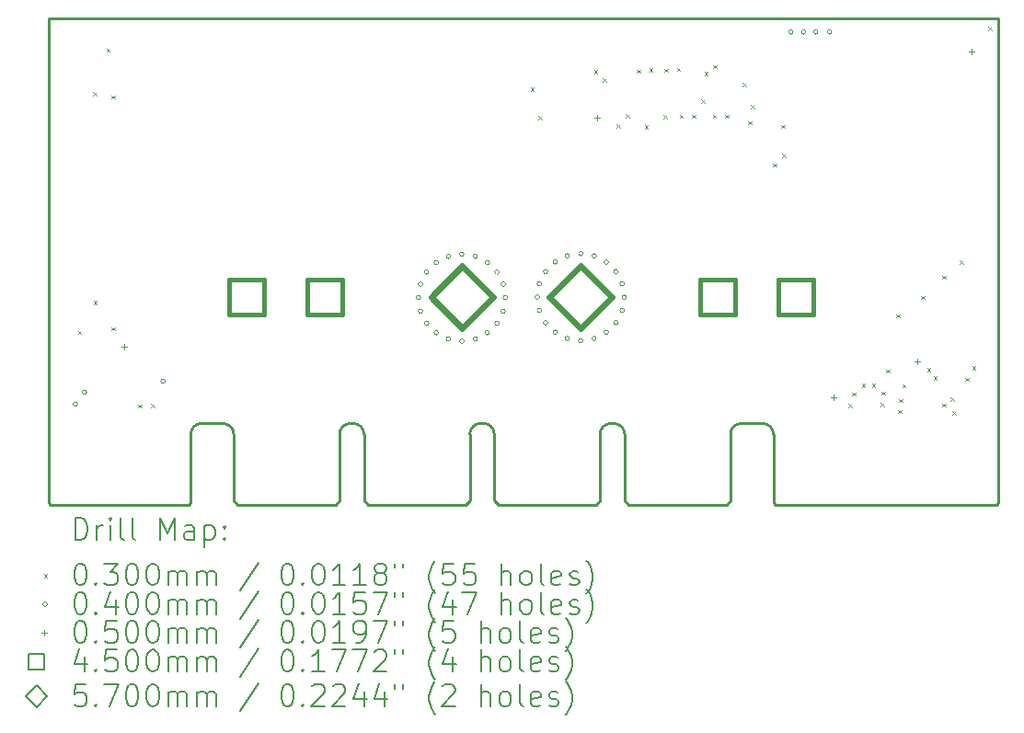
<source format=gbr>
%TF.GenerationSoftware,KiCad,Pcbnew,(6.0.10)*%
%TF.CreationDate,2023-02-27T01:31:49-05:00*%
%TF.ProjectId,vehicle side connector,76656869-636c-4652-9073-69646520636f,rev?*%
%TF.SameCoordinates,Original*%
%TF.FileFunction,Drillmap*%
%TF.FilePolarity,Positive*%
%FSLAX45Y45*%
G04 Gerber Fmt 4.5, Leading zero omitted, Abs format (unit mm)*
G04 Created by KiCad (PCBNEW (6.0.10)) date 2023-02-27 01:31:49*
%MOMM*%
%LPD*%
G01*
G04 APERTURE LIST*
%ADD10C,0.250000*%
%ADD11C,0.200000*%
%ADD12C,0.030000*%
%ADD13C,0.040000*%
%ADD14C,0.050000*%
%ADD15C,0.450000*%
%ADD16C,0.570000*%
G04 APERTURE END LIST*
D10*
X12131500Y-10928940D02*
G75*
G03*
X12031500Y-11028938I0J-100000D01*
G01*
X12464062Y-11677067D02*
X13364938Y-11677067D01*
X13501000Y-10928940D02*
G75*
G03*
X13401000Y-11028938I0J-100000D01*
G01*
X12428000Y-11641005D02*
X12464062Y-11677067D01*
X13401000Y-11641005D02*
X13401000Y-11028938D01*
X13663062Y-11677067D02*
X14563938Y-11677067D01*
X10741885Y-11677067D02*
X12013115Y-11677067D01*
X14826000Y-11028938D02*
X14826000Y-11641005D01*
X12031500Y-11658683D02*
X12031500Y-11028938D01*
X12131500Y-10928938D02*
X12328000Y-10928938D01*
X14826002Y-11028938D02*
G75*
G03*
X14726000Y-10928938I-100003J-3D01*
G01*
X15899000Y-10928940D02*
G75*
G03*
X15799000Y-11028938I0J-100000D01*
G01*
X19464500Y-7203937D02*
X10723500Y-7203937D01*
X13627002Y-11028938D02*
G75*
G03*
X13527000Y-10928938I-100003J-3D01*
G01*
X10723500Y-11658683D02*
X10741885Y-11677067D01*
X15762938Y-11677067D02*
X15799000Y-11641005D01*
X17394500Y-11028938D02*
X17394500Y-11658683D01*
X15899000Y-10928938D02*
X15925000Y-10928938D01*
X13501000Y-10928938D02*
X13527000Y-10928938D01*
X16025002Y-11028938D02*
G75*
G03*
X15925000Y-10928938I-100003J-3D01*
G01*
X16025000Y-11028938D02*
X16025000Y-11641005D01*
X16961938Y-11677067D02*
X16998000Y-11641005D01*
X12013115Y-11677067D02*
X12031500Y-11658683D01*
X16998000Y-11641005D02*
X16998000Y-11028938D01*
X14700000Y-10928940D02*
G75*
G03*
X14600000Y-11028938I0J-100000D01*
G01*
X12428000Y-11028938D02*
X12428000Y-11641005D01*
X17098000Y-10928940D02*
G75*
G03*
X16998000Y-11028938I0J-100000D01*
G01*
X14826000Y-11641005D02*
X14862062Y-11677067D01*
X14700000Y-10928938D02*
X14726000Y-10928938D01*
X12428002Y-11028938D02*
G75*
G03*
X12328000Y-10928938I-100003J-3D01*
G01*
X19446115Y-11677067D02*
X19464500Y-11658683D01*
X16061062Y-11677067D02*
X16961938Y-11677067D01*
X19464500Y-11658683D02*
X19464500Y-7203937D01*
X13627000Y-11028938D02*
X13627000Y-11641005D01*
X13364938Y-11677067D02*
X13401000Y-11641005D01*
X16025000Y-11641005D02*
X16061062Y-11677067D01*
X13627000Y-11641005D02*
X13663062Y-11677067D01*
X14862062Y-11677067D02*
X15762938Y-11677067D01*
X17412885Y-11677067D02*
X19446115Y-11677067D01*
X17394503Y-11028938D02*
G75*
G03*
X17294500Y-10928938I-100003J-3D01*
G01*
X17394500Y-11658683D02*
X17412885Y-11677067D01*
X14563938Y-11677067D02*
X14600000Y-11641005D01*
X14600000Y-11641005D02*
X14600000Y-11028938D01*
X17098000Y-10928938D02*
X17294500Y-10928938D01*
X10723500Y-7203937D02*
X10723500Y-11658683D01*
X15799000Y-11641005D02*
X15799000Y-11028938D01*
D11*
D12*
X10995220Y-10077460D02*
X11025220Y-10107460D01*
X11025220Y-10077460D02*
X10995220Y-10107460D01*
X11134920Y-7877820D02*
X11164920Y-7907820D01*
X11164920Y-7877820D02*
X11134920Y-7907820D01*
X11137460Y-9803140D02*
X11167460Y-9833140D01*
X11167460Y-9803140D02*
X11137460Y-9833140D01*
X11256840Y-7476500D02*
X11286840Y-7506500D01*
X11286840Y-7476500D02*
X11256840Y-7506500D01*
X11302560Y-7910840D02*
X11332560Y-7940840D01*
X11332560Y-7910840D02*
X11302560Y-7940840D01*
X11302560Y-10041900D02*
X11332560Y-10071900D01*
X11332560Y-10041900D02*
X11302560Y-10071900D01*
X11548940Y-10755640D02*
X11578940Y-10785640D01*
X11578940Y-10755640D02*
X11548940Y-10785640D01*
X11668320Y-10750560D02*
X11698320Y-10780560D01*
X11698320Y-10750560D02*
X11668320Y-10780560D01*
X15160820Y-7837180D02*
X15190820Y-7867180D01*
X15190820Y-7837180D02*
X15160820Y-7867180D01*
X15229400Y-8098800D02*
X15259400Y-8128800D01*
X15259400Y-8098800D02*
X15229400Y-8128800D01*
X15743078Y-7677249D02*
X15773078Y-7707249D01*
X15773078Y-7677249D02*
X15743078Y-7707249D01*
X15825323Y-7754923D02*
X15855323Y-7784923D01*
X15855323Y-7754923D02*
X15825323Y-7784923D01*
X15952185Y-8174465D02*
X15982185Y-8204465D01*
X15982185Y-8174465D02*
X15952185Y-8204465D01*
X16035695Y-8084985D02*
X16065695Y-8114985D01*
X16065695Y-8084985D02*
X16035695Y-8114985D01*
X16136180Y-7672080D02*
X16166180Y-7702080D01*
X16166180Y-7672080D02*
X16136180Y-7702080D01*
X16209840Y-8182620D02*
X16239840Y-8212620D01*
X16239840Y-8182620D02*
X16209840Y-8212620D01*
X16253020Y-7659380D02*
X16283020Y-7689380D01*
X16283020Y-7659380D02*
X16253020Y-7689380D01*
X16383000Y-8091000D02*
X16413000Y-8121000D01*
X16413000Y-8091000D02*
X16383000Y-8121000D01*
X16390760Y-7662500D02*
X16420760Y-7692500D01*
X16420760Y-7662500D02*
X16390760Y-7692500D01*
X16507020Y-7654300D02*
X16537020Y-7684300D01*
X16537020Y-7654300D02*
X16507020Y-7684300D01*
X16529250Y-8086100D02*
X16559250Y-8116100D01*
X16559250Y-8086100D02*
X16529250Y-8116100D01*
X16647350Y-8086100D02*
X16677350Y-8116100D01*
X16677350Y-8086100D02*
X16647350Y-8116100D01*
X16728000Y-7946400D02*
X16758000Y-7976400D01*
X16758000Y-7946400D02*
X16728000Y-7976400D01*
X16758826Y-7692540D02*
X16788826Y-7722540D01*
X16788826Y-7692540D02*
X16758826Y-7722540D01*
X16834050Y-8086100D02*
X16864050Y-8116100D01*
X16864050Y-8086100D02*
X16834050Y-8116100D01*
X16839760Y-7628900D02*
X16869760Y-7658900D01*
X16869760Y-7628900D02*
X16839760Y-7658900D01*
X16952150Y-8086100D02*
X16982150Y-8116100D01*
X16982150Y-8086100D02*
X16952150Y-8116100D01*
X17109000Y-7794000D02*
X17139000Y-7824000D01*
X17139000Y-7794000D02*
X17109000Y-7824000D01*
X17159800Y-8144520D02*
X17189800Y-8174520D01*
X17189800Y-8144520D02*
X17159800Y-8174520D01*
X17185200Y-7997200D02*
X17215200Y-8027200D01*
X17215200Y-7997200D02*
X17185200Y-8027200D01*
X17390940Y-8535680D02*
X17420940Y-8565680D01*
X17420940Y-8535680D02*
X17390940Y-8565680D01*
X17467140Y-8180080D02*
X17497140Y-8210080D01*
X17497140Y-8180080D02*
X17467140Y-8210080D01*
X17477300Y-8446780D02*
X17507300Y-8476780D01*
X17507300Y-8446780D02*
X17477300Y-8476780D01*
X18084360Y-10748020D02*
X18114360Y-10778020D01*
X18114360Y-10748020D02*
X18084360Y-10778020D01*
X18117380Y-10643880D02*
X18147380Y-10673880D01*
X18147380Y-10643880D02*
X18117380Y-10673880D01*
X18206280Y-10565140D02*
X18236280Y-10595140D01*
X18236280Y-10565140D02*
X18206280Y-10595140D01*
X18300260Y-10562600D02*
X18330260Y-10592600D01*
X18330260Y-10562600D02*
X18300260Y-10592600D01*
X18380270Y-10741670D02*
X18410270Y-10771670D01*
X18410270Y-10741670D02*
X18380270Y-10771670D01*
X18389160Y-10633720D02*
X18419160Y-10663720D01*
X18419160Y-10633720D02*
X18389160Y-10663720D01*
X18429800Y-10433060D02*
X18459800Y-10463060D01*
X18459800Y-10433060D02*
X18429800Y-10463060D01*
X18523780Y-9922520D02*
X18553780Y-9952520D01*
X18553780Y-9922520D02*
X18523780Y-9952520D01*
X18540679Y-10803661D02*
X18570679Y-10833661D01*
X18570679Y-10803661D02*
X18540679Y-10833661D01*
X18551720Y-10702300D02*
X18581720Y-10732300D01*
X18581720Y-10702300D02*
X18551720Y-10732300D01*
X18578920Y-10566387D02*
X18608920Y-10596387D01*
X18608920Y-10566387D02*
X18578920Y-10596387D01*
X18752380Y-9754880D02*
X18782380Y-9784880D01*
X18782380Y-9754880D02*
X18752380Y-9784880D01*
X18810490Y-10419951D02*
X18840490Y-10449951D01*
X18840490Y-10419951D02*
X18810490Y-10449951D01*
X18866680Y-10494020D02*
X18896680Y-10524020D01*
X18896680Y-10494020D02*
X18866680Y-10524020D01*
X18947960Y-9569460D02*
X18977960Y-9599460D01*
X18977960Y-9569460D02*
X18947960Y-9599460D01*
X18950500Y-10745480D02*
X18980500Y-10775480D01*
X18980500Y-10745480D02*
X18950500Y-10775480D01*
X19024867Y-10688570D02*
X19054867Y-10718570D01*
X19054867Y-10688570D02*
X19024867Y-10718570D01*
X19039400Y-10816600D02*
X19069400Y-10846600D01*
X19069400Y-10816600D02*
X19039400Y-10846600D01*
X19107980Y-9427220D02*
X19137980Y-9457220D01*
X19137980Y-9427220D02*
X19107980Y-9457220D01*
X19158720Y-10509260D02*
X19188720Y-10539260D01*
X19188720Y-10509260D02*
X19158720Y-10539260D01*
X19222280Y-10402580D02*
X19252280Y-10432580D01*
X19252280Y-10402580D02*
X19222280Y-10432580D01*
X19369600Y-7278380D02*
X19399600Y-7308380D01*
X19399600Y-7278380D02*
X19369600Y-7308380D01*
D13*
X10989580Y-10750320D02*
G75*
G03*
X10989580Y-10750320I-20000J0D01*
G01*
X11072423Y-10642077D02*
G75*
G03*
X11072423Y-10642077I-20000J0D01*
G01*
X11797300Y-10539500D02*
G75*
G03*
X11797300Y-10539500I-20000J0D01*
G01*
X14146607Y-9771314D02*
G75*
G03*
X14146607Y-9771314I-20000J0D01*
G01*
X14166184Y-9647707D02*
G75*
G03*
X14166184Y-9647707I-20000J0D01*
G01*
X14166184Y-9894921D02*
G75*
G03*
X14166184Y-9894921I-20000J0D01*
G01*
X14223000Y-9536200D02*
G75*
G03*
X14223000Y-9536200I-20000J0D01*
G01*
X14223000Y-10006428D02*
G75*
G03*
X14223000Y-10006428I-20000J0D01*
G01*
X14311493Y-9447707D02*
G75*
G03*
X14311493Y-9447707I-20000J0D01*
G01*
X14311493Y-10094921D02*
G75*
G03*
X14311493Y-10094921I-20000J0D01*
G01*
X14423000Y-9390892D02*
G75*
G03*
X14423000Y-9390892I-20000J0D01*
G01*
X14423000Y-10151737D02*
G75*
G03*
X14423000Y-10151737I-20000J0D01*
G01*
X14546607Y-9371314D02*
G75*
G03*
X14546607Y-9371314I-20000J0D01*
G01*
X14546607Y-10171314D02*
G75*
G03*
X14546607Y-10171314I-20000J0D01*
G01*
X14670214Y-9390892D02*
G75*
G03*
X14670214Y-9390892I-20000J0D01*
G01*
X14670214Y-10151737D02*
G75*
G03*
X14670214Y-10151737I-20000J0D01*
G01*
X14781721Y-9447707D02*
G75*
G03*
X14781721Y-9447707I-20000J0D01*
G01*
X14781721Y-10094921D02*
G75*
G03*
X14781721Y-10094921I-20000J0D01*
G01*
X14870214Y-9536200D02*
G75*
G03*
X14870214Y-9536200I-20000J0D01*
G01*
X14870214Y-10006428D02*
G75*
G03*
X14870214Y-10006428I-20000J0D01*
G01*
X14927029Y-9647707D02*
G75*
G03*
X14927029Y-9647707I-20000J0D01*
G01*
X14927029Y-9894921D02*
G75*
G03*
X14927029Y-9894921I-20000J0D01*
G01*
X14946607Y-9771314D02*
G75*
G03*
X14946607Y-9771314I-20000J0D01*
G01*
X15241000Y-9766300D02*
G75*
G03*
X15241000Y-9766300I-20000J0D01*
G01*
X15260577Y-9642693D02*
G75*
G03*
X15260577Y-9642693I-20000J0D01*
G01*
X15260577Y-9889907D02*
G75*
G03*
X15260577Y-9889907I-20000J0D01*
G01*
X15317393Y-9531186D02*
G75*
G03*
X15317393Y-9531186I-20000J0D01*
G01*
X15317393Y-10001414D02*
G75*
G03*
X15317393Y-10001414I-20000J0D01*
G01*
X15405886Y-9442693D02*
G75*
G03*
X15405886Y-9442693I-20000J0D01*
G01*
X15405886Y-10089907D02*
G75*
G03*
X15405886Y-10089907I-20000J0D01*
G01*
X15517393Y-9385877D02*
G75*
G03*
X15517393Y-9385877I-20000J0D01*
G01*
X15517393Y-10146723D02*
G75*
G03*
X15517393Y-10146723I-20000J0D01*
G01*
X15641000Y-9366300D02*
G75*
G03*
X15641000Y-9366300I-20000J0D01*
G01*
X15641000Y-10166300D02*
G75*
G03*
X15641000Y-10166300I-20000J0D01*
G01*
X15764607Y-9385877D02*
G75*
G03*
X15764607Y-9385877I-20000J0D01*
G01*
X15764607Y-10146723D02*
G75*
G03*
X15764607Y-10146723I-20000J0D01*
G01*
X15876114Y-9442693D02*
G75*
G03*
X15876114Y-9442693I-20000J0D01*
G01*
X15876114Y-10089907D02*
G75*
G03*
X15876114Y-10089907I-20000J0D01*
G01*
X15964607Y-9531186D02*
G75*
G03*
X15964607Y-9531186I-20000J0D01*
G01*
X15964607Y-10001414D02*
G75*
G03*
X15964607Y-10001414I-20000J0D01*
G01*
X16021423Y-9642693D02*
G75*
G03*
X16021423Y-9642693I-20000J0D01*
G01*
X16021423Y-9889907D02*
G75*
G03*
X16021423Y-9889907I-20000J0D01*
G01*
X16041000Y-9766300D02*
G75*
G03*
X16041000Y-9766300I-20000J0D01*
G01*
X17575800Y-7326400D02*
G75*
G03*
X17575800Y-7326400I-20000J0D01*
G01*
X17690100Y-7326400D02*
G75*
G03*
X17690100Y-7326400I-20000J0D01*
G01*
X17804400Y-7326400D02*
G75*
G03*
X17804400Y-7326400I-20000J0D01*
G01*
X17931400Y-7326400D02*
G75*
G03*
X17931400Y-7326400I-20000J0D01*
G01*
D14*
X11416620Y-10199540D02*
X11416620Y-10249540D01*
X11391620Y-10224540D02*
X11441620Y-10224540D01*
X15772720Y-8088800D02*
X15772720Y-8138800D01*
X15747720Y-8113800D02*
X15797720Y-8113800D01*
X17944420Y-10666900D02*
X17944420Y-10716900D01*
X17919420Y-10691900D02*
X17969420Y-10691900D01*
X18716580Y-10331620D02*
X18716580Y-10381620D01*
X18691580Y-10356620D02*
X18741580Y-10356620D01*
X19219500Y-7481740D02*
X19219500Y-7531740D01*
X19194500Y-7506740D02*
X19244500Y-7506740D01*
D15*
X12703834Y-9926101D02*
X12703834Y-9607899D01*
X12385633Y-9607899D01*
X12385633Y-9926101D01*
X12703834Y-9926101D01*
X13423834Y-9926101D02*
X13423834Y-9607899D01*
X13105633Y-9607899D01*
X13105633Y-9926101D01*
X13423834Y-9926101D01*
X17041301Y-9926101D02*
X17041301Y-9607899D01*
X16723099Y-9607899D01*
X16723099Y-9926101D01*
X17041301Y-9926101D01*
X17761301Y-9926101D02*
X17761301Y-9607899D01*
X17443099Y-9607899D01*
X17443099Y-9926101D01*
X17761301Y-9926101D01*
D16*
X14528467Y-10052000D02*
X14813467Y-9767000D01*
X14528467Y-9482000D01*
X14243467Y-9767000D01*
X14528467Y-10052000D01*
X15618467Y-10052000D02*
X15903467Y-9767000D01*
X15618467Y-9482000D01*
X15333467Y-9767000D01*
X15618467Y-10052000D01*
D11*
X10968619Y-12000043D02*
X10968619Y-11800043D01*
X11016238Y-11800043D01*
X11044810Y-11809567D01*
X11063857Y-11828615D01*
X11073381Y-11847663D01*
X11082905Y-11885758D01*
X11082905Y-11914329D01*
X11073381Y-11952424D01*
X11063857Y-11971472D01*
X11044810Y-11990520D01*
X11016238Y-12000043D01*
X10968619Y-12000043D01*
X11168619Y-12000043D02*
X11168619Y-11866710D01*
X11168619Y-11904805D02*
X11178143Y-11885758D01*
X11187667Y-11876234D01*
X11206714Y-11866710D01*
X11225762Y-11866710D01*
X11292428Y-12000043D02*
X11292428Y-11866710D01*
X11292428Y-11800043D02*
X11282905Y-11809567D01*
X11292428Y-11819091D01*
X11301952Y-11809567D01*
X11292428Y-11800043D01*
X11292428Y-11819091D01*
X11416238Y-12000043D02*
X11397190Y-11990520D01*
X11387667Y-11971472D01*
X11387667Y-11800043D01*
X11521000Y-12000043D02*
X11501952Y-11990520D01*
X11492428Y-11971472D01*
X11492428Y-11800043D01*
X11749571Y-12000043D02*
X11749571Y-11800043D01*
X11816238Y-11942901D01*
X11882905Y-11800043D01*
X11882905Y-12000043D01*
X12063857Y-12000043D02*
X12063857Y-11895282D01*
X12054333Y-11876234D01*
X12035286Y-11866710D01*
X11997190Y-11866710D01*
X11978143Y-11876234D01*
X12063857Y-11990520D02*
X12044809Y-12000043D01*
X11997190Y-12000043D01*
X11978143Y-11990520D01*
X11968619Y-11971472D01*
X11968619Y-11952424D01*
X11978143Y-11933377D01*
X11997190Y-11923853D01*
X12044809Y-11923853D01*
X12063857Y-11914329D01*
X12159095Y-11866710D02*
X12159095Y-12066710D01*
X12159095Y-11876234D02*
X12178143Y-11866710D01*
X12216238Y-11866710D01*
X12235286Y-11876234D01*
X12244809Y-11885758D01*
X12254333Y-11904805D01*
X12254333Y-11961948D01*
X12244809Y-11980996D01*
X12235286Y-11990520D01*
X12216238Y-12000043D01*
X12178143Y-12000043D01*
X12159095Y-11990520D01*
X12340048Y-11980996D02*
X12349571Y-11990520D01*
X12340048Y-12000043D01*
X12330524Y-11990520D01*
X12340048Y-11980996D01*
X12340048Y-12000043D01*
X12340048Y-11876234D02*
X12349571Y-11885758D01*
X12340048Y-11895282D01*
X12330524Y-11885758D01*
X12340048Y-11876234D01*
X12340048Y-11895282D01*
D12*
X10681000Y-12314567D02*
X10711000Y-12344567D01*
X10711000Y-12314567D02*
X10681000Y-12344567D01*
D11*
X11006714Y-12220043D02*
X11025762Y-12220043D01*
X11044810Y-12229567D01*
X11054333Y-12239091D01*
X11063857Y-12258139D01*
X11073381Y-12296234D01*
X11073381Y-12343853D01*
X11063857Y-12381948D01*
X11054333Y-12400996D01*
X11044810Y-12410520D01*
X11025762Y-12420043D01*
X11006714Y-12420043D01*
X10987667Y-12410520D01*
X10978143Y-12400996D01*
X10968619Y-12381948D01*
X10959095Y-12343853D01*
X10959095Y-12296234D01*
X10968619Y-12258139D01*
X10978143Y-12239091D01*
X10987667Y-12229567D01*
X11006714Y-12220043D01*
X11159095Y-12400996D02*
X11168619Y-12410520D01*
X11159095Y-12420043D01*
X11149571Y-12410520D01*
X11159095Y-12400996D01*
X11159095Y-12420043D01*
X11235286Y-12220043D02*
X11359095Y-12220043D01*
X11292428Y-12296234D01*
X11321000Y-12296234D01*
X11340048Y-12305758D01*
X11349571Y-12315282D01*
X11359095Y-12334329D01*
X11359095Y-12381948D01*
X11349571Y-12400996D01*
X11340048Y-12410520D01*
X11321000Y-12420043D01*
X11263857Y-12420043D01*
X11244809Y-12410520D01*
X11235286Y-12400996D01*
X11482905Y-12220043D02*
X11501952Y-12220043D01*
X11521000Y-12229567D01*
X11530524Y-12239091D01*
X11540048Y-12258139D01*
X11549571Y-12296234D01*
X11549571Y-12343853D01*
X11540048Y-12381948D01*
X11530524Y-12400996D01*
X11521000Y-12410520D01*
X11501952Y-12420043D01*
X11482905Y-12420043D01*
X11463857Y-12410520D01*
X11454333Y-12400996D01*
X11444809Y-12381948D01*
X11435286Y-12343853D01*
X11435286Y-12296234D01*
X11444809Y-12258139D01*
X11454333Y-12239091D01*
X11463857Y-12229567D01*
X11482905Y-12220043D01*
X11673381Y-12220043D02*
X11692428Y-12220043D01*
X11711476Y-12229567D01*
X11721000Y-12239091D01*
X11730524Y-12258139D01*
X11740048Y-12296234D01*
X11740048Y-12343853D01*
X11730524Y-12381948D01*
X11721000Y-12400996D01*
X11711476Y-12410520D01*
X11692428Y-12420043D01*
X11673381Y-12420043D01*
X11654333Y-12410520D01*
X11644809Y-12400996D01*
X11635286Y-12381948D01*
X11625762Y-12343853D01*
X11625762Y-12296234D01*
X11635286Y-12258139D01*
X11644809Y-12239091D01*
X11654333Y-12229567D01*
X11673381Y-12220043D01*
X11825762Y-12420043D02*
X11825762Y-12286710D01*
X11825762Y-12305758D02*
X11835286Y-12296234D01*
X11854333Y-12286710D01*
X11882905Y-12286710D01*
X11901952Y-12296234D01*
X11911476Y-12315282D01*
X11911476Y-12420043D01*
X11911476Y-12315282D02*
X11921000Y-12296234D01*
X11940048Y-12286710D01*
X11968619Y-12286710D01*
X11987667Y-12296234D01*
X11997190Y-12315282D01*
X11997190Y-12420043D01*
X12092428Y-12420043D02*
X12092428Y-12286710D01*
X12092428Y-12305758D02*
X12101952Y-12296234D01*
X12121000Y-12286710D01*
X12149571Y-12286710D01*
X12168619Y-12296234D01*
X12178143Y-12315282D01*
X12178143Y-12420043D01*
X12178143Y-12315282D02*
X12187667Y-12296234D01*
X12206714Y-12286710D01*
X12235286Y-12286710D01*
X12254333Y-12296234D01*
X12263857Y-12315282D01*
X12263857Y-12420043D01*
X12654333Y-12210520D02*
X12482905Y-12467663D01*
X12911476Y-12220043D02*
X12930524Y-12220043D01*
X12949571Y-12229567D01*
X12959095Y-12239091D01*
X12968619Y-12258139D01*
X12978143Y-12296234D01*
X12978143Y-12343853D01*
X12968619Y-12381948D01*
X12959095Y-12400996D01*
X12949571Y-12410520D01*
X12930524Y-12420043D01*
X12911476Y-12420043D01*
X12892428Y-12410520D01*
X12882905Y-12400996D01*
X12873381Y-12381948D01*
X12863857Y-12343853D01*
X12863857Y-12296234D01*
X12873381Y-12258139D01*
X12882905Y-12239091D01*
X12892428Y-12229567D01*
X12911476Y-12220043D01*
X13063857Y-12400996D02*
X13073381Y-12410520D01*
X13063857Y-12420043D01*
X13054333Y-12410520D01*
X13063857Y-12400996D01*
X13063857Y-12420043D01*
X13197190Y-12220043D02*
X13216238Y-12220043D01*
X13235286Y-12229567D01*
X13244809Y-12239091D01*
X13254333Y-12258139D01*
X13263857Y-12296234D01*
X13263857Y-12343853D01*
X13254333Y-12381948D01*
X13244809Y-12400996D01*
X13235286Y-12410520D01*
X13216238Y-12420043D01*
X13197190Y-12420043D01*
X13178143Y-12410520D01*
X13168619Y-12400996D01*
X13159095Y-12381948D01*
X13149571Y-12343853D01*
X13149571Y-12296234D01*
X13159095Y-12258139D01*
X13168619Y-12239091D01*
X13178143Y-12229567D01*
X13197190Y-12220043D01*
X13454333Y-12420043D02*
X13340048Y-12420043D01*
X13397190Y-12420043D02*
X13397190Y-12220043D01*
X13378143Y-12248615D01*
X13359095Y-12267663D01*
X13340048Y-12277186D01*
X13644809Y-12420043D02*
X13530524Y-12420043D01*
X13587667Y-12420043D02*
X13587667Y-12220043D01*
X13568619Y-12248615D01*
X13549571Y-12267663D01*
X13530524Y-12277186D01*
X13759095Y-12305758D02*
X13740048Y-12296234D01*
X13730524Y-12286710D01*
X13721000Y-12267663D01*
X13721000Y-12258139D01*
X13730524Y-12239091D01*
X13740048Y-12229567D01*
X13759095Y-12220043D01*
X13797190Y-12220043D01*
X13816238Y-12229567D01*
X13825762Y-12239091D01*
X13835286Y-12258139D01*
X13835286Y-12267663D01*
X13825762Y-12286710D01*
X13816238Y-12296234D01*
X13797190Y-12305758D01*
X13759095Y-12305758D01*
X13740048Y-12315282D01*
X13730524Y-12324805D01*
X13721000Y-12343853D01*
X13721000Y-12381948D01*
X13730524Y-12400996D01*
X13740048Y-12410520D01*
X13759095Y-12420043D01*
X13797190Y-12420043D01*
X13816238Y-12410520D01*
X13825762Y-12400996D01*
X13835286Y-12381948D01*
X13835286Y-12343853D01*
X13825762Y-12324805D01*
X13816238Y-12315282D01*
X13797190Y-12305758D01*
X13911476Y-12220043D02*
X13911476Y-12258139D01*
X13987667Y-12220043D02*
X13987667Y-12258139D01*
X14282905Y-12496234D02*
X14273381Y-12486710D01*
X14254333Y-12458139D01*
X14244809Y-12439091D01*
X14235286Y-12410520D01*
X14225762Y-12362901D01*
X14225762Y-12324805D01*
X14235286Y-12277186D01*
X14244809Y-12248615D01*
X14254333Y-12229567D01*
X14273381Y-12200996D01*
X14282905Y-12191472D01*
X14454333Y-12220043D02*
X14359095Y-12220043D01*
X14349571Y-12315282D01*
X14359095Y-12305758D01*
X14378143Y-12296234D01*
X14425762Y-12296234D01*
X14444809Y-12305758D01*
X14454333Y-12315282D01*
X14463857Y-12334329D01*
X14463857Y-12381948D01*
X14454333Y-12400996D01*
X14444809Y-12410520D01*
X14425762Y-12420043D01*
X14378143Y-12420043D01*
X14359095Y-12410520D01*
X14349571Y-12400996D01*
X14644809Y-12220043D02*
X14549571Y-12220043D01*
X14540048Y-12315282D01*
X14549571Y-12305758D01*
X14568619Y-12296234D01*
X14616238Y-12296234D01*
X14635286Y-12305758D01*
X14644809Y-12315282D01*
X14654333Y-12334329D01*
X14654333Y-12381948D01*
X14644809Y-12400996D01*
X14635286Y-12410520D01*
X14616238Y-12420043D01*
X14568619Y-12420043D01*
X14549571Y-12410520D01*
X14540048Y-12400996D01*
X14892428Y-12420043D02*
X14892428Y-12220043D01*
X14978143Y-12420043D02*
X14978143Y-12315282D01*
X14968619Y-12296234D01*
X14949571Y-12286710D01*
X14921000Y-12286710D01*
X14901952Y-12296234D01*
X14892428Y-12305758D01*
X15101952Y-12420043D02*
X15082905Y-12410520D01*
X15073381Y-12400996D01*
X15063857Y-12381948D01*
X15063857Y-12324805D01*
X15073381Y-12305758D01*
X15082905Y-12296234D01*
X15101952Y-12286710D01*
X15130524Y-12286710D01*
X15149571Y-12296234D01*
X15159095Y-12305758D01*
X15168619Y-12324805D01*
X15168619Y-12381948D01*
X15159095Y-12400996D01*
X15149571Y-12410520D01*
X15130524Y-12420043D01*
X15101952Y-12420043D01*
X15282905Y-12420043D02*
X15263857Y-12410520D01*
X15254333Y-12391472D01*
X15254333Y-12220043D01*
X15435286Y-12410520D02*
X15416238Y-12420043D01*
X15378143Y-12420043D01*
X15359095Y-12410520D01*
X15349571Y-12391472D01*
X15349571Y-12315282D01*
X15359095Y-12296234D01*
X15378143Y-12286710D01*
X15416238Y-12286710D01*
X15435286Y-12296234D01*
X15444809Y-12315282D01*
X15444809Y-12334329D01*
X15349571Y-12353377D01*
X15521000Y-12410520D02*
X15540048Y-12420043D01*
X15578143Y-12420043D01*
X15597190Y-12410520D01*
X15606714Y-12391472D01*
X15606714Y-12381948D01*
X15597190Y-12362901D01*
X15578143Y-12353377D01*
X15549571Y-12353377D01*
X15530524Y-12343853D01*
X15521000Y-12324805D01*
X15521000Y-12315282D01*
X15530524Y-12296234D01*
X15549571Y-12286710D01*
X15578143Y-12286710D01*
X15597190Y-12296234D01*
X15673381Y-12496234D02*
X15682905Y-12486710D01*
X15701952Y-12458139D01*
X15711476Y-12439091D01*
X15721000Y-12410520D01*
X15730524Y-12362901D01*
X15730524Y-12324805D01*
X15721000Y-12277186D01*
X15711476Y-12248615D01*
X15701952Y-12229567D01*
X15682905Y-12200996D01*
X15673381Y-12191472D01*
D13*
X10711000Y-12593567D02*
G75*
G03*
X10711000Y-12593567I-20000J0D01*
G01*
D11*
X11006714Y-12484043D02*
X11025762Y-12484043D01*
X11044810Y-12493567D01*
X11054333Y-12503091D01*
X11063857Y-12522139D01*
X11073381Y-12560234D01*
X11073381Y-12607853D01*
X11063857Y-12645948D01*
X11054333Y-12664996D01*
X11044810Y-12674520D01*
X11025762Y-12684043D01*
X11006714Y-12684043D01*
X10987667Y-12674520D01*
X10978143Y-12664996D01*
X10968619Y-12645948D01*
X10959095Y-12607853D01*
X10959095Y-12560234D01*
X10968619Y-12522139D01*
X10978143Y-12503091D01*
X10987667Y-12493567D01*
X11006714Y-12484043D01*
X11159095Y-12664996D02*
X11168619Y-12674520D01*
X11159095Y-12684043D01*
X11149571Y-12674520D01*
X11159095Y-12664996D01*
X11159095Y-12684043D01*
X11340048Y-12550710D02*
X11340048Y-12684043D01*
X11292428Y-12474520D02*
X11244809Y-12617377D01*
X11368619Y-12617377D01*
X11482905Y-12484043D02*
X11501952Y-12484043D01*
X11521000Y-12493567D01*
X11530524Y-12503091D01*
X11540048Y-12522139D01*
X11549571Y-12560234D01*
X11549571Y-12607853D01*
X11540048Y-12645948D01*
X11530524Y-12664996D01*
X11521000Y-12674520D01*
X11501952Y-12684043D01*
X11482905Y-12684043D01*
X11463857Y-12674520D01*
X11454333Y-12664996D01*
X11444809Y-12645948D01*
X11435286Y-12607853D01*
X11435286Y-12560234D01*
X11444809Y-12522139D01*
X11454333Y-12503091D01*
X11463857Y-12493567D01*
X11482905Y-12484043D01*
X11673381Y-12484043D02*
X11692428Y-12484043D01*
X11711476Y-12493567D01*
X11721000Y-12503091D01*
X11730524Y-12522139D01*
X11740048Y-12560234D01*
X11740048Y-12607853D01*
X11730524Y-12645948D01*
X11721000Y-12664996D01*
X11711476Y-12674520D01*
X11692428Y-12684043D01*
X11673381Y-12684043D01*
X11654333Y-12674520D01*
X11644809Y-12664996D01*
X11635286Y-12645948D01*
X11625762Y-12607853D01*
X11625762Y-12560234D01*
X11635286Y-12522139D01*
X11644809Y-12503091D01*
X11654333Y-12493567D01*
X11673381Y-12484043D01*
X11825762Y-12684043D02*
X11825762Y-12550710D01*
X11825762Y-12569758D02*
X11835286Y-12560234D01*
X11854333Y-12550710D01*
X11882905Y-12550710D01*
X11901952Y-12560234D01*
X11911476Y-12579282D01*
X11911476Y-12684043D01*
X11911476Y-12579282D02*
X11921000Y-12560234D01*
X11940048Y-12550710D01*
X11968619Y-12550710D01*
X11987667Y-12560234D01*
X11997190Y-12579282D01*
X11997190Y-12684043D01*
X12092428Y-12684043D02*
X12092428Y-12550710D01*
X12092428Y-12569758D02*
X12101952Y-12560234D01*
X12121000Y-12550710D01*
X12149571Y-12550710D01*
X12168619Y-12560234D01*
X12178143Y-12579282D01*
X12178143Y-12684043D01*
X12178143Y-12579282D02*
X12187667Y-12560234D01*
X12206714Y-12550710D01*
X12235286Y-12550710D01*
X12254333Y-12560234D01*
X12263857Y-12579282D01*
X12263857Y-12684043D01*
X12654333Y-12474520D02*
X12482905Y-12731663D01*
X12911476Y-12484043D02*
X12930524Y-12484043D01*
X12949571Y-12493567D01*
X12959095Y-12503091D01*
X12968619Y-12522139D01*
X12978143Y-12560234D01*
X12978143Y-12607853D01*
X12968619Y-12645948D01*
X12959095Y-12664996D01*
X12949571Y-12674520D01*
X12930524Y-12684043D01*
X12911476Y-12684043D01*
X12892428Y-12674520D01*
X12882905Y-12664996D01*
X12873381Y-12645948D01*
X12863857Y-12607853D01*
X12863857Y-12560234D01*
X12873381Y-12522139D01*
X12882905Y-12503091D01*
X12892428Y-12493567D01*
X12911476Y-12484043D01*
X13063857Y-12664996D02*
X13073381Y-12674520D01*
X13063857Y-12684043D01*
X13054333Y-12674520D01*
X13063857Y-12664996D01*
X13063857Y-12684043D01*
X13197190Y-12484043D02*
X13216238Y-12484043D01*
X13235286Y-12493567D01*
X13244809Y-12503091D01*
X13254333Y-12522139D01*
X13263857Y-12560234D01*
X13263857Y-12607853D01*
X13254333Y-12645948D01*
X13244809Y-12664996D01*
X13235286Y-12674520D01*
X13216238Y-12684043D01*
X13197190Y-12684043D01*
X13178143Y-12674520D01*
X13168619Y-12664996D01*
X13159095Y-12645948D01*
X13149571Y-12607853D01*
X13149571Y-12560234D01*
X13159095Y-12522139D01*
X13168619Y-12503091D01*
X13178143Y-12493567D01*
X13197190Y-12484043D01*
X13454333Y-12684043D02*
X13340048Y-12684043D01*
X13397190Y-12684043D02*
X13397190Y-12484043D01*
X13378143Y-12512615D01*
X13359095Y-12531663D01*
X13340048Y-12541186D01*
X13635286Y-12484043D02*
X13540048Y-12484043D01*
X13530524Y-12579282D01*
X13540048Y-12569758D01*
X13559095Y-12560234D01*
X13606714Y-12560234D01*
X13625762Y-12569758D01*
X13635286Y-12579282D01*
X13644809Y-12598329D01*
X13644809Y-12645948D01*
X13635286Y-12664996D01*
X13625762Y-12674520D01*
X13606714Y-12684043D01*
X13559095Y-12684043D01*
X13540048Y-12674520D01*
X13530524Y-12664996D01*
X13711476Y-12484043D02*
X13844809Y-12484043D01*
X13759095Y-12684043D01*
X13911476Y-12484043D02*
X13911476Y-12522139D01*
X13987667Y-12484043D02*
X13987667Y-12522139D01*
X14282905Y-12760234D02*
X14273381Y-12750710D01*
X14254333Y-12722139D01*
X14244809Y-12703091D01*
X14235286Y-12674520D01*
X14225762Y-12626901D01*
X14225762Y-12588805D01*
X14235286Y-12541186D01*
X14244809Y-12512615D01*
X14254333Y-12493567D01*
X14273381Y-12464996D01*
X14282905Y-12455472D01*
X14444809Y-12550710D02*
X14444809Y-12684043D01*
X14397190Y-12474520D02*
X14349571Y-12617377D01*
X14473381Y-12617377D01*
X14530524Y-12484043D02*
X14663857Y-12484043D01*
X14578143Y-12684043D01*
X14892428Y-12684043D02*
X14892428Y-12484043D01*
X14978143Y-12684043D02*
X14978143Y-12579282D01*
X14968619Y-12560234D01*
X14949571Y-12550710D01*
X14921000Y-12550710D01*
X14901952Y-12560234D01*
X14892428Y-12569758D01*
X15101952Y-12684043D02*
X15082905Y-12674520D01*
X15073381Y-12664996D01*
X15063857Y-12645948D01*
X15063857Y-12588805D01*
X15073381Y-12569758D01*
X15082905Y-12560234D01*
X15101952Y-12550710D01*
X15130524Y-12550710D01*
X15149571Y-12560234D01*
X15159095Y-12569758D01*
X15168619Y-12588805D01*
X15168619Y-12645948D01*
X15159095Y-12664996D01*
X15149571Y-12674520D01*
X15130524Y-12684043D01*
X15101952Y-12684043D01*
X15282905Y-12684043D02*
X15263857Y-12674520D01*
X15254333Y-12655472D01*
X15254333Y-12484043D01*
X15435286Y-12674520D02*
X15416238Y-12684043D01*
X15378143Y-12684043D01*
X15359095Y-12674520D01*
X15349571Y-12655472D01*
X15349571Y-12579282D01*
X15359095Y-12560234D01*
X15378143Y-12550710D01*
X15416238Y-12550710D01*
X15435286Y-12560234D01*
X15444809Y-12579282D01*
X15444809Y-12598329D01*
X15349571Y-12617377D01*
X15521000Y-12674520D02*
X15540048Y-12684043D01*
X15578143Y-12684043D01*
X15597190Y-12674520D01*
X15606714Y-12655472D01*
X15606714Y-12645948D01*
X15597190Y-12626901D01*
X15578143Y-12617377D01*
X15549571Y-12617377D01*
X15530524Y-12607853D01*
X15521000Y-12588805D01*
X15521000Y-12579282D01*
X15530524Y-12560234D01*
X15549571Y-12550710D01*
X15578143Y-12550710D01*
X15597190Y-12560234D01*
X15673381Y-12760234D02*
X15682905Y-12750710D01*
X15701952Y-12722139D01*
X15711476Y-12703091D01*
X15721000Y-12674520D01*
X15730524Y-12626901D01*
X15730524Y-12588805D01*
X15721000Y-12541186D01*
X15711476Y-12512615D01*
X15701952Y-12493567D01*
X15682905Y-12464996D01*
X15673381Y-12455472D01*
D14*
X10686000Y-12832567D02*
X10686000Y-12882567D01*
X10661000Y-12857567D02*
X10711000Y-12857567D01*
D11*
X11006714Y-12748043D02*
X11025762Y-12748043D01*
X11044810Y-12757567D01*
X11054333Y-12767091D01*
X11063857Y-12786139D01*
X11073381Y-12824234D01*
X11073381Y-12871853D01*
X11063857Y-12909948D01*
X11054333Y-12928996D01*
X11044810Y-12938520D01*
X11025762Y-12948043D01*
X11006714Y-12948043D01*
X10987667Y-12938520D01*
X10978143Y-12928996D01*
X10968619Y-12909948D01*
X10959095Y-12871853D01*
X10959095Y-12824234D01*
X10968619Y-12786139D01*
X10978143Y-12767091D01*
X10987667Y-12757567D01*
X11006714Y-12748043D01*
X11159095Y-12928996D02*
X11168619Y-12938520D01*
X11159095Y-12948043D01*
X11149571Y-12938520D01*
X11159095Y-12928996D01*
X11159095Y-12948043D01*
X11349571Y-12748043D02*
X11254333Y-12748043D01*
X11244809Y-12843282D01*
X11254333Y-12833758D01*
X11273381Y-12824234D01*
X11321000Y-12824234D01*
X11340048Y-12833758D01*
X11349571Y-12843282D01*
X11359095Y-12862329D01*
X11359095Y-12909948D01*
X11349571Y-12928996D01*
X11340048Y-12938520D01*
X11321000Y-12948043D01*
X11273381Y-12948043D01*
X11254333Y-12938520D01*
X11244809Y-12928996D01*
X11482905Y-12748043D02*
X11501952Y-12748043D01*
X11521000Y-12757567D01*
X11530524Y-12767091D01*
X11540048Y-12786139D01*
X11549571Y-12824234D01*
X11549571Y-12871853D01*
X11540048Y-12909948D01*
X11530524Y-12928996D01*
X11521000Y-12938520D01*
X11501952Y-12948043D01*
X11482905Y-12948043D01*
X11463857Y-12938520D01*
X11454333Y-12928996D01*
X11444809Y-12909948D01*
X11435286Y-12871853D01*
X11435286Y-12824234D01*
X11444809Y-12786139D01*
X11454333Y-12767091D01*
X11463857Y-12757567D01*
X11482905Y-12748043D01*
X11673381Y-12748043D02*
X11692428Y-12748043D01*
X11711476Y-12757567D01*
X11721000Y-12767091D01*
X11730524Y-12786139D01*
X11740048Y-12824234D01*
X11740048Y-12871853D01*
X11730524Y-12909948D01*
X11721000Y-12928996D01*
X11711476Y-12938520D01*
X11692428Y-12948043D01*
X11673381Y-12948043D01*
X11654333Y-12938520D01*
X11644809Y-12928996D01*
X11635286Y-12909948D01*
X11625762Y-12871853D01*
X11625762Y-12824234D01*
X11635286Y-12786139D01*
X11644809Y-12767091D01*
X11654333Y-12757567D01*
X11673381Y-12748043D01*
X11825762Y-12948043D02*
X11825762Y-12814710D01*
X11825762Y-12833758D02*
X11835286Y-12824234D01*
X11854333Y-12814710D01*
X11882905Y-12814710D01*
X11901952Y-12824234D01*
X11911476Y-12843282D01*
X11911476Y-12948043D01*
X11911476Y-12843282D02*
X11921000Y-12824234D01*
X11940048Y-12814710D01*
X11968619Y-12814710D01*
X11987667Y-12824234D01*
X11997190Y-12843282D01*
X11997190Y-12948043D01*
X12092428Y-12948043D02*
X12092428Y-12814710D01*
X12092428Y-12833758D02*
X12101952Y-12824234D01*
X12121000Y-12814710D01*
X12149571Y-12814710D01*
X12168619Y-12824234D01*
X12178143Y-12843282D01*
X12178143Y-12948043D01*
X12178143Y-12843282D02*
X12187667Y-12824234D01*
X12206714Y-12814710D01*
X12235286Y-12814710D01*
X12254333Y-12824234D01*
X12263857Y-12843282D01*
X12263857Y-12948043D01*
X12654333Y-12738520D02*
X12482905Y-12995663D01*
X12911476Y-12748043D02*
X12930524Y-12748043D01*
X12949571Y-12757567D01*
X12959095Y-12767091D01*
X12968619Y-12786139D01*
X12978143Y-12824234D01*
X12978143Y-12871853D01*
X12968619Y-12909948D01*
X12959095Y-12928996D01*
X12949571Y-12938520D01*
X12930524Y-12948043D01*
X12911476Y-12948043D01*
X12892428Y-12938520D01*
X12882905Y-12928996D01*
X12873381Y-12909948D01*
X12863857Y-12871853D01*
X12863857Y-12824234D01*
X12873381Y-12786139D01*
X12882905Y-12767091D01*
X12892428Y-12757567D01*
X12911476Y-12748043D01*
X13063857Y-12928996D02*
X13073381Y-12938520D01*
X13063857Y-12948043D01*
X13054333Y-12938520D01*
X13063857Y-12928996D01*
X13063857Y-12948043D01*
X13197190Y-12748043D02*
X13216238Y-12748043D01*
X13235286Y-12757567D01*
X13244809Y-12767091D01*
X13254333Y-12786139D01*
X13263857Y-12824234D01*
X13263857Y-12871853D01*
X13254333Y-12909948D01*
X13244809Y-12928996D01*
X13235286Y-12938520D01*
X13216238Y-12948043D01*
X13197190Y-12948043D01*
X13178143Y-12938520D01*
X13168619Y-12928996D01*
X13159095Y-12909948D01*
X13149571Y-12871853D01*
X13149571Y-12824234D01*
X13159095Y-12786139D01*
X13168619Y-12767091D01*
X13178143Y-12757567D01*
X13197190Y-12748043D01*
X13454333Y-12948043D02*
X13340048Y-12948043D01*
X13397190Y-12948043D02*
X13397190Y-12748043D01*
X13378143Y-12776615D01*
X13359095Y-12795663D01*
X13340048Y-12805186D01*
X13549571Y-12948043D02*
X13587667Y-12948043D01*
X13606714Y-12938520D01*
X13616238Y-12928996D01*
X13635286Y-12900424D01*
X13644809Y-12862329D01*
X13644809Y-12786139D01*
X13635286Y-12767091D01*
X13625762Y-12757567D01*
X13606714Y-12748043D01*
X13568619Y-12748043D01*
X13549571Y-12757567D01*
X13540048Y-12767091D01*
X13530524Y-12786139D01*
X13530524Y-12833758D01*
X13540048Y-12852805D01*
X13549571Y-12862329D01*
X13568619Y-12871853D01*
X13606714Y-12871853D01*
X13625762Y-12862329D01*
X13635286Y-12852805D01*
X13644809Y-12833758D01*
X13711476Y-12748043D02*
X13844809Y-12748043D01*
X13759095Y-12948043D01*
X13911476Y-12748043D02*
X13911476Y-12786139D01*
X13987667Y-12748043D02*
X13987667Y-12786139D01*
X14282905Y-13024234D02*
X14273381Y-13014710D01*
X14254333Y-12986139D01*
X14244809Y-12967091D01*
X14235286Y-12938520D01*
X14225762Y-12890901D01*
X14225762Y-12852805D01*
X14235286Y-12805186D01*
X14244809Y-12776615D01*
X14254333Y-12757567D01*
X14273381Y-12728996D01*
X14282905Y-12719472D01*
X14454333Y-12748043D02*
X14359095Y-12748043D01*
X14349571Y-12843282D01*
X14359095Y-12833758D01*
X14378143Y-12824234D01*
X14425762Y-12824234D01*
X14444809Y-12833758D01*
X14454333Y-12843282D01*
X14463857Y-12862329D01*
X14463857Y-12909948D01*
X14454333Y-12928996D01*
X14444809Y-12938520D01*
X14425762Y-12948043D01*
X14378143Y-12948043D01*
X14359095Y-12938520D01*
X14349571Y-12928996D01*
X14701952Y-12948043D02*
X14701952Y-12748043D01*
X14787667Y-12948043D02*
X14787667Y-12843282D01*
X14778143Y-12824234D01*
X14759095Y-12814710D01*
X14730524Y-12814710D01*
X14711476Y-12824234D01*
X14701952Y-12833758D01*
X14911476Y-12948043D02*
X14892428Y-12938520D01*
X14882905Y-12928996D01*
X14873381Y-12909948D01*
X14873381Y-12852805D01*
X14882905Y-12833758D01*
X14892428Y-12824234D01*
X14911476Y-12814710D01*
X14940048Y-12814710D01*
X14959095Y-12824234D01*
X14968619Y-12833758D01*
X14978143Y-12852805D01*
X14978143Y-12909948D01*
X14968619Y-12928996D01*
X14959095Y-12938520D01*
X14940048Y-12948043D01*
X14911476Y-12948043D01*
X15092428Y-12948043D02*
X15073381Y-12938520D01*
X15063857Y-12919472D01*
X15063857Y-12748043D01*
X15244809Y-12938520D02*
X15225762Y-12948043D01*
X15187667Y-12948043D01*
X15168619Y-12938520D01*
X15159095Y-12919472D01*
X15159095Y-12843282D01*
X15168619Y-12824234D01*
X15187667Y-12814710D01*
X15225762Y-12814710D01*
X15244809Y-12824234D01*
X15254333Y-12843282D01*
X15254333Y-12862329D01*
X15159095Y-12881377D01*
X15330524Y-12938520D02*
X15349571Y-12948043D01*
X15387667Y-12948043D01*
X15406714Y-12938520D01*
X15416238Y-12919472D01*
X15416238Y-12909948D01*
X15406714Y-12890901D01*
X15387667Y-12881377D01*
X15359095Y-12881377D01*
X15340048Y-12871853D01*
X15330524Y-12852805D01*
X15330524Y-12843282D01*
X15340048Y-12824234D01*
X15359095Y-12814710D01*
X15387667Y-12814710D01*
X15406714Y-12824234D01*
X15482905Y-13024234D02*
X15492428Y-13014710D01*
X15511476Y-12986139D01*
X15521000Y-12967091D01*
X15530524Y-12938520D01*
X15540048Y-12890901D01*
X15540048Y-12852805D01*
X15530524Y-12805186D01*
X15521000Y-12776615D01*
X15511476Y-12757567D01*
X15492428Y-12728996D01*
X15482905Y-12719472D01*
X10681711Y-13192279D02*
X10681711Y-13050856D01*
X10540289Y-13050856D01*
X10540289Y-13192279D01*
X10681711Y-13192279D01*
X11054333Y-13078710D02*
X11054333Y-13212043D01*
X11006714Y-13002520D02*
X10959095Y-13145377D01*
X11082905Y-13145377D01*
X11159095Y-13192996D02*
X11168619Y-13202520D01*
X11159095Y-13212043D01*
X11149571Y-13202520D01*
X11159095Y-13192996D01*
X11159095Y-13212043D01*
X11349571Y-13012043D02*
X11254333Y-13012043D01*
X11244809Y-13107282D01*
X11254333Y-13097758D01*
X11273381Y-13088234D01*
X11321000Y-13088234D01*
X11340048Y-13097758D01*
X11349571Y-13107282D01*
X11359095Y-13126329D01*
X11359095Y-13173948D01*
X11349571Y-13192996D01*
X11340048Y-13202520D01*
X11321000Y-13212043D01*
X11273381Y-13212043D01*
X11254333Y-13202520D01*
X11244809Y-13192996D01*
X11482905Y-13012043D02*
X11501952Y-13012043D01*
X11521000Y-13021567D01*
X11530524Y-13031091D01*
X11540048Y-13050139D01*
X11549571Y-13088234D01*
X11549571Y-13135853D01*
X11540048Y-13173948D01*
X11530524Y-13192996D01*
X11521000Y-13202520D01*
X11501952Y-13212043D01*
X11482905Y-13212043D01*
X11463857Y-13202520D01*
X11454333Y-13192996D01*
X11444809Y-13173948D01*
X11435286Y-13135853D01*
X11435286Y-13088234D01*
X11444809Y-13050139D01*
X11454333Y-13031091D01*
X11463857Y-13021567D01*
X11482905Y-13012043D01*
X11673381Y-13012043D02*
X11692428Y-13012043D01*
X11711476Y-13021567D01*
X11721000Y-13031091D01*
X11730524Y-13050139D01*
X11740048Y-13088234D01*
X11740048Y-13135853D01*
X11730524Y-13173948D01*
X11721000Y-13192996D01*
X11711476Y-13202520D01*
X11692428Y-13212043D01*
X11673381Y-13212043D01*
X11654333Y-13202520D01*
X11644809Y-13192996D01*
X11635286Y-13173948D01*
X11625762Y-13135853D01*
X11625762Y-13088234D01*
X11635286Y-13050139D01*
X11644809Y-13031091D01*
X11654333Y-13021567D01*
X11673381Y-13012043D01*
X11825762Y-13212043D02*
X11825762Y-13078710D01*
X11825762Y-13097758D02*
X11835286Y-13088234D01*
X11854333Y-13078710D01*
X11882905Y-13078710D01*
X11901952Y-13088234D01*
X11911476Y-13107282D01*
X11911476Y-13212043D01*
X11911476Y-13107282D02*
X11921000Y-13088234D01*
X11940048Y-13078710D01*
X11968619Y-13078710D01*
X11987667Y-13088234D01*
X11997190Y-13107282D01*
X11997190Y-13212043D01*
X12092428Y-13212043D02*
X12092428Y-13078710D01*
X12092428Y-13097758D02*
X12101952Y-13088234D01*
X12121000Y-13078710D01*
X12149571Y-13078710D01*
X12168619Y-13088234D01*
X12178143Y-13107282D01*
X12178143Y-13212043D01*
X12178143Y-13107282D02*
X12187667Y-13088234D01*
X12206714Y-13078710D01*
X12235286Y-13078710D01*
X12254333Y-13088234D01*
X12263857Y-13107282D01*
X12263857Y-13212043D01*
X12654333Y-13002520D02*
X12482905Y-13259663D01*
X12911476Y-13012043D02*
X12930524Y-13012043D01*
X12949571Y-13021567D01*
X12959095Y-13031091D01*
X12968619Y-13050139D01*
X12978143Y-13088234D01*
X12978143Y-13135853D01*
X12968619Y-13173948D01*
X12959095Y-13192996D01*
X12949571Y-13202520D01*
X12930524Y-13212043D01*
X12911476Y-13212043D01*
X12892428Y-13202520D01*
X12882905Y-13192996D01*
X12873381Y-13173948D01*
X12863857Y-13135853D01*
X12863857Y-13088234D01*
X12873381Y-13050139D01*
X12882905Y-13031091D01*
X12892428Y-13021567D01*
X12911476Y-13012043D01*
X13063857Y-13192996D02*
X13073381Y-13202520D01*
X13063857Y-13212043D01*
X13054333Y-13202520D01*
X13063857Y-13192996D01*
X13063857Y-13212043D01*
X13263857Y-13212043D02*
X13149571Y-13212043D01*
X13206714Y-13212043D02*
X13206714Y-13012043D01*
X13187667Y-13040615D01*
X13168619Y-13059663D01*
X13149571Y-13069186D01*
X13330524Y-13012043D02*
X13463857Y-13012043D01*
X13378143Y-13212043D01*
X13521000Y-13012043D02*
X13654333Y-13012043D01*
X13568619Y-13212043D01*
X13721000Y-13031091D02*
X13730524Y-13021567D01*
X13749571Y-13012043D01*
X13797190Y-13012043D01*
X13816238Y-13021567D01*
X13825762Y-13031091D01*
X13835286Y-13050139D01*
X13835286Y-13069186D01*
X13825762Y-13097758D01*
X13711476Y-13212043D01*
X13835286Y-13212043D01*
X13911476Y-13012043D02*
X13911476Y-13050139D01*
X13987667Y-13012043D02*
X13987667Y-13050139D01*
X14282905Y-13288234D02*
X14273381Y-13278710D01*
X14254333Y-13250139D01*
X14244809Y-13231091D01*
X14235286Y-13202520D01*
X14225762Y-13154901D01*
X14225762Y-13116805D01*
X14235286Y-13069186D01*
X14244809Y-13040615D01*
X14254333Y-13021567D01*
X14273381Y-12992996D01*
X14282905Y-12983472D01*
X14444809Y-13078710D02*
X14444809Y-13212043D01*
X14397190Y-13002520D02*
X14349571Y-13145377D01*
X14473381Y-13145377D01*
X14701952Y-13212043D02*
X14701952Y-13012043D01*
X14787667Y-13212043D02*
X14787667Y-13107282D01*
X14778143Y-13088234D01*
X14759095Y-13078710D01*
X14730524Y-13078710D01*
X14711476Y-13088234D01*
X14701952Y-13097758D01*
X14911476Y-13212043D02*
X14892428Y-13202520D01*
X14882905Y-13192996D01*
X14873381Y-13173948D01*
X14873381Y-13116805D01*
X14882905Y-13097758D01*
X14892428Y-13088234D01*
X14911476Y-13078710D01*
X14940048Y-13078710D01*
X14959095Y-13088234D01*
X14968619Y-13097758D01*
X14978143Y-13116805D01*
X14978143Y-13173948D01*
X14968619Y-13192996D01*
X14959095Y-13202520D01*
X14940048Y-13212043D01*
X14911476Y-13212043D01*
X15092428Y-13212043D02*
X15073381Y-13202520D01*
X15063857Y-13183472D01*
X15063857Y-13012043D01*
X15244809Y-13202520D02*
X15225762Y-13212043D01*
X15187667Y-13212043D01*
X15168619Y-13202520D01*
X15159095Y-13183472D01*
X15159095Y-13107282D01*
X15168619Y-13088234D01*
X15187667Y-13078710D01*
X15225762Y-13078710D01*
X15244809Y-13088234D01*
X15254333Y-13107282D01*
X15254333Y-13126329D01*
X15159095Y-13145377D01*
X15330524Y-13202520D02*
X15349571Y-13212043D01*
X15387667Y-13212043D01*
X15406714Y-13202520D01*
X15416238Y-13183472D01*
X15416238Y-13173948D01*
X15406714Y-13154901D01*
X15387667Y-13145377D01*
X15359095Y-13145377D01*
X15340048Y-13135853D01*
X15330524Y-13116805D01*
X15330524Y-13107282D01*
X15340048Y-13088234D01*
X15359095Y-13078710D01*
X15387667Y-13078710D01*
X15406714Y-13088234D01*
X15482905Y-13288234D02*
X15492428Y-13278710D01*
X15511476Y-13250139D01*
X15521000Y-13231091D01*
X15530524Y-13202520D01*
X15540048Y-13154901D01*
X15540048Y-13116805D01*
X15530524Y-13069186D01*
X15521000Y-13040615D01*
X15511476Y-13021567D01*
X15492428Y-12992996D01*
X15482905Y-12983472D01*
X10611000Y-13541567D02*
X10711000Y-13441567D01*
X10611000Y-13341567D01*
X10511000Y-13441567D01*
X10611000Y-13541567D01*
X11063857Y-13332043D02*
X10968619Y-13332043D01*
X10959095Y-13427282D01*
X10968619Y-13417758D01*
X10987667Y-13408234D01*
X11035286Y-13408234D01*
X11054333Y-13417758D01*
X11063857Y-13427282D01*
X11073381Y-13446329D01*
X11073381Y-13493948D01*
X11063857Y-13512996D01*
X11054333Y-13522520D01*
X11035286Y-13532043D01*
X10987667Y-13532043D01*
X10968619Y-13522520D01*
X10959095Y-13512996D01*
X11159095Y-13512996D02*
X11168619Y-13522520D01*
X11159095Y-13532043D01*
X11149571Y-13522520D01*
X11159095Y-13512996D01*
X11159095Y-13532043D01*
X11235286Y-13332043D02*
X11368619Y-13332043D01*
X11282905Y-13532043D01*
X11482905Y-13332043D02*
X11501952Y-13332043D01*
X11521000Y-13341567D01*
X11530524Y-13351091D01*
X11540048Y-13370139D01*
X11549571Y-13408234D01*
X11549571Y-13455853D01*
X11540048Y-13493948D01*
X11530524Y-13512996D01*
X11521000Y-13522520D01*
X11501952Y-13532043D01*
X11482905Y-13532043D01*
X11463857Y-13522520D01*
X11454333Y-13512996D01*
X11444809Y-13493948D01*
X11435286Y-13455853D01*
X11435286Y-13408234D01*
X11444809Y-13370139D01*
X11454333Y-13351091D01*
X11463857Y-13341567D01*
X11482905Y-13332043D01*
X11673381Y-13332043D02*
X11692428Y-13332043D01*
X11711476Y-13341567D01*
X11721000Y-13351091D01*
X11730524Y-13370139D01*
X11740048Y-13408234D01*
X11740048Y-13455853D01*
X11730524Y-13493948D01*
X11721000Y-13512996D01*
X11711476Y-13522520D01*
X11692428Y-13532043D01*
X11673381Y-13532043D01*
X11654333Y-13522520D01*
X11644809Y-13512996D01*
X11635286Y-13493948D01*
X11625762Y-13455853D01*
X11625762Y-13408234D01*
X11635286Y-13370139D01*
X11644809Y-13351091D01*
X11654333Y-13341567D01*
X11673381Y-13332043D01*
X11825762Y-13532043D02*
X11825762Y-13398710D01*
X11825762Y-13417758D02*
X11835286Y-13408234D01*
X11854333Y-13398710D01*
X11882905Y-13398710D01*
X11901952Y-13408234D01*
X11911476Y-13427282D01*
X11911476Y-13532043D01*
X11911476Y-13427282D02*
X11921000Y-13408234D01*
X11940048Y-13398710D01*
X11968619Y-13398710D01*
X11987667Y-13408234D01*
X11997190Y-13427282D01*
X11997190Y-13532043D01*
X12092428Y-13532043D02*
X12092428Y-13398710D01*
X12092428Y-13417758D02*
X12101952Y-13408234D01*
X12121000Y-13398710D01*
X12149571Y-13398710D01*
X12168619Y-13408234D01*
X12178143Y-13427282D01*
X12178143Y-13532043D01*
X12178143Y-13427282D02*
X12187667Y-13408234D01*
X12206714Y-13398710D01*
X12235286Y-13398710D01*
X12254333Y-13408234D01*
X12263857Y-13427282D01*
X12263857Y-13532043D01*
X12654333Y-13322520D02*
X12482905Y-13579663D01*
X12911476Y-13332043D02*
X12930524Y-13332043D01*
X12949571Y-13341567D01*
X12959095Y-13351091D01*
X12968619Y-13370139D01*
X12978143Y-13408234D01*
X12978143Y-13455853D01*
X12968619Y-13493948D01*
X12959095Y-13512996D01*
X12949571Y-13522520D01*
X12930524Y-13532043D01*
X12911476Y-13532043D01*
X12892428Y-13522520D01*
X12882905Y-13512996D01*
X12873381Y-13493948D01*
X12863857Y-13455853D01*
X12863857Y-13408234D01*
X12873381Y-13370139D01*
X12882905Y-13351091D01*
X12892428Y-13341567D01*
X12911476Y-13332043D01*
X13063857Y-13512996D02*
X13073381Y-13522520D01*
X13063857Y-13532043D01*
X13054333Y-13522520D01*
X13063857Y-13512996D01*
X13063857Y-13532043D01*
X13149571Y-13351091D02*
X13159095Y-13341567D01*
X13178143Y-13332043D01*
X13225762Y-13332043D01*
X13244809Y-13341567D01*
X13254333Y-13351091D01*
X13263857Y-13370139D01*
X13263857Y-13389186D01*
X13254333Y-13417758D01*
X13140048Y-13532043D01*
X13263857Y-13532043D01*
X13340048Y-13351091D02*
X13349571Y-13341567D01*
X13368619Y-13332043D01*
X13416238Y-13332043D01*
X13435286Y-13341567D01*
X13444809Y-13351091D01*
X13454333Y-13370139D01*
X13454333Y-13389186D01*
X13444809Y-13417758D01*
X13330524Y-13532043D01*
X13454333Y-13532043D01*
X13625762Y-13398710D02*
X13625762Y-13532043D01*
X13578143Y-13322520D02*
X13530524Y-13465377D01*
X13654333Y-13465377D01*
X13816238Y-13398710D02*
X13816238Y-13532043D01*
X13768619Y-13322520D02*
X13721000Y-13465377D01*
X13844809Y-13465377D01*
X13911476Y-13332043D02*
X13911476Y-13370139D01*
X13987667Y-13332043D02*
X13987667Y-13370139D01*
X14282905Y-13608234D02*
X14273381Y-13598710D01*
X14254333Y-13570139D01*
X14244809Y-13551091D01*
X14235286Y-13522520D01*
X14225762Y-13474901D01*
X14225762Y-13436805D01*
X14235286Y-13389186D01*
X14244809Y-13360615D01*
X14254333Y-13341567D01*
X14273381Y-13312996D01*
X14282905Y-13303472D01*
X14349571Y-13351091D02*
X14359095Y-13341567D01*
X14378143Y-13332043D01*
X14425762Y-13332043D01*
X14444809Y-13341567D01*
X14454333Y-13351091D01*
X14463857Y-13370139D01*
X14463857Y-13389186D01*
X14454333Y-13417758D01*
X14340048Y-13532043D01*
X14463857Y-13532043D01*
X14701952Y-13532043D02*
X14701952Y-13332043D01*
X14787667Y-13532043D02*
X14787667Y-13427282D01*
X14778143Y-13408234D01*
X14759095Y-13398710D01*
X14730524Y-13398710D01*
X14711476Y-13408234D01*
X14701952Y-13417758D01*
X14911476Y-13532043D02*
X14892428Y-13522520D01*
X14882905Y-13512996D01*
X14873381Y-13493948D01*
X14873381Y-13436805D01*
X14882905Y-13417758D01*
X14892428Y-13408234D01*
X14911476Y-13398710D01*
X14940048Y-13398710D01*
X14959095Y-13408234D01*
X14968619Y-13417758D01*
X14978143Y-13436805D01*
X14978143Y-13493948D01*
X14968619Y-13512996D01*
X14959095Y-13522520D01*
X14940048Y-13532043D01*
X14911476Y-13532043D01*
X15092428Y-13532043D02*
X15073381Y-13522520D01*
X15063857Y-13503472D01*
X15063857Y-13332043D01*
X15244809Y-13522520D02*
X15225762Y-13532043D01*
X15187667Y-13532043D01*
X15168619Y-13522520D01*
X15159095Y-13503472D01*
X15159095Y-13427282D01*
X15168619Y-13408234D01*
X15187667Y-13398710D01*
X15225762Y-13398710D01*
X15244809Y-13408234D01*
X15254333Y-13427282D01*
X15254333Y-13446329D01*
X15159095Y-13465377D01*
X15330524Y-13522520D02*
X15349571Y-13532043D01*
X15387667Y-13532043D01*
X15406714Y-13522520D01*
X15416238Y-13503472D01*
X15416238Y-13493948D01*
X15406714Y-13474901D01*
X15387667Y-13465377D01*
X15359095Y-13465377D01*
X15340048Y-13455853D01*
X15330524Y-13436805D01*
X15330524Y-13427282D01*
X15340048Y-13408234D01*
X15359095Y-13398710D01*
X15387667Y-13398710D01*
X15406714Y-13408234D01*
X15482905Y-13608234D02*
X15492428Y-13598710D01*
X15511476Y-13570139D01*
X15521000Y-13551091D01*
X15530524Y-13522520D01*
X15540048Y-13474901D01*
X15540048Y-13436805D01*
X15530524Y-13389186D01*
X15521000Y-13360615D01*
X15511476Y-13341567D01*
X15492428Y-13312996D01*
X15482905Y-13303472D01*
M02*

</source>
